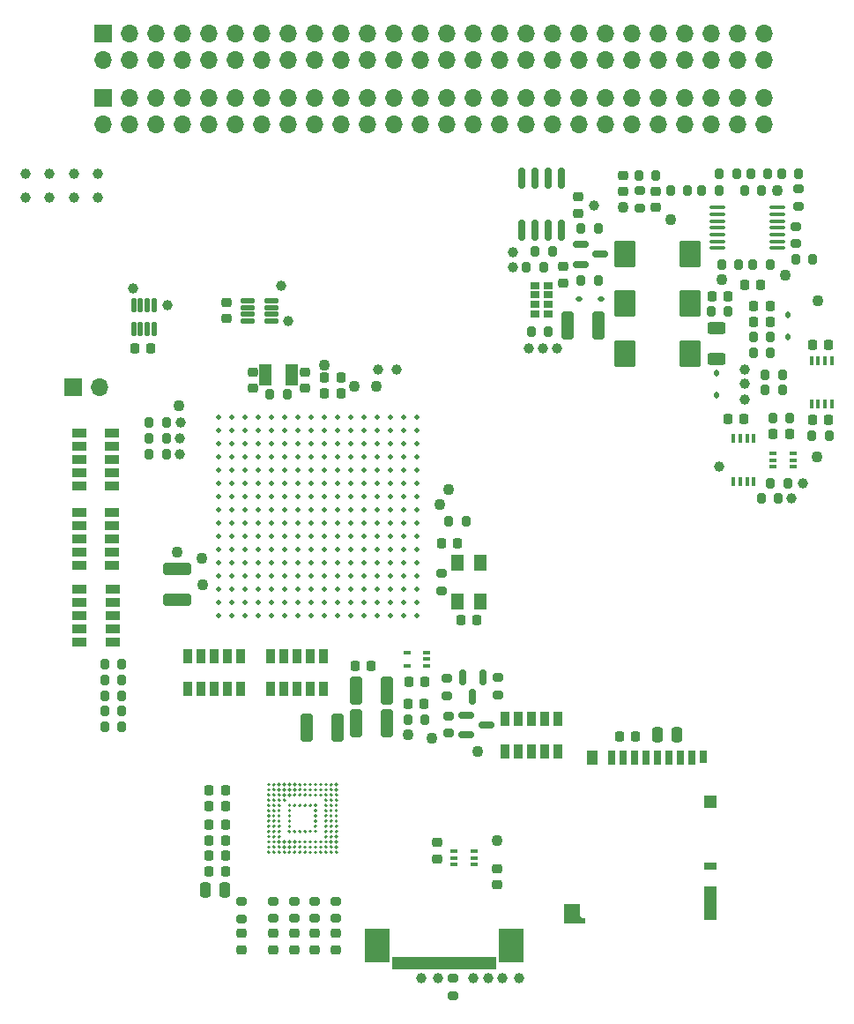
<source format=gts>
G04 #@! TF.GenerationSoftware,KiCad,Pcbnew,7.0.10*
G04 #@! TF.CreationDate,2024-03-15T14:45:30-06:00*
G04 #@! TF.ProjectId,oresat-c3,6f726573-6174-42d6-9333-2e6b69636164,rev?*
G04 #@! TF.SameCoordinates,Original*
G04 #@! TF.FileFunction,Soldermask,Top*
G04 #@! TF.FilePolarity,Negative*
%FSLAX46Y46*%
G04 Gerber Fmt 4.6, Leading zero omitted, Abs format (unit mm)*
G04 Created by KiCad (PCBNEW 7.0.10) date 2024-03-15 14:45:30*
%MOMM*%
%LPD*%
G01*
G04 APERTURE LIST*
G04 Aperture macros list*
%AMRoundRect*
0 Rectangle with rounded corners*
0 $1 Rounding radius*
0 $2 $3 $4 $5 $6 $7 $8 $9 X,Y pos of 4 corners*
0 Add a 4 corners polygon primitive as box body*
4,1,4,$2,$3,$4,$5,$6,$7,$8,$9,$2,$3,0*
0 Add four circle primitives for the rounded corners*
1,1,$1+$1,$2,$3*
1,1,$1+$1,$4,$5*
1,1,$1+$1,$6,$7*
1,1,$1+$1,$8,$9*
0 Add four rect primitives between the rounded corners*
20,1,$1+$1,$2,$3,$4,$5,0*
20,1,$1+$1,$4,$5,$6,$7,0*
20,1,$1+$1,$6,$7,$8,$9,0*
20,1,$1+$1,$8,$9,$2,$3,0*%
G04 Aperture macros list end*
%ADD10C,0.203500*%
%ADD11RoundRect,0.063500X0.355600X-0.635000X0.355600X0.635000X-0.355600X0.635000X-0.355600X-0.635000X0*%
%ADD12RoundRect,0.063500X-0.355600X0.635000X-0.355600X-0.635000X0.355600X-0.635000X0.355600X0.635000X0*%
%ADD13RoundRect,0.218750X0.256250X-0.218750X0.256250X0.218750X-0.256250X0.218750X-0.256250X-0.218750X0*%
%ADD14RoundRect,0.200000X0.275000X-0.200000X0.275000X0.200000X-0.275000X0.200000X-0.275000X-0.200000X0*%
%ADD15RoundRect,0.225000X0.225000X0.250000X-0.225000X0.250000X-0.225000X-0.250000X0.225000X-0.250000X0*%
%ADD16R,0.420000X0.900000*%
%ADD17R,1.700000X1.700000*%
%ADD18O,1.700000X1.700000*%
%ADD19RoundRect,0.250000X-0.325000X-1.100000X0.325000X-1.100000X0.325000X1.100000X-0.325000X1.100000X0*%
%ADD20RoundRect,0.200000X-0.200000X-0.275000X0.200000X-0.275000X0.200000X0.275000X-0.200000X0.275000X0*%
%ADD21C,1.000000*%
%ADD22RoundRect,0.200000X0.200000X0.275000X-0.200000X0.275000X-0.200000X-0.275000X0.200000X-0.275000X0*%
%ADD23RoundRect,0.250000X0.250000X0.475000X-0.250000X0.475000X-0.250000X-0.475000X0.250000X-0.475000X0*%
%ADD24RoundRect,0.125000X0.125000X-0.537500X0.125000X0.537500X-0.125000X0.537500X-0.125000X-0.537500X0*%
%ADD25RoundRect,0.200000X-0.275000X0.200000X-0.275000X-0.200000X0.275000X-0.200000X0.275000X0.200000X0*%
%ADD26RoundRect,0.225000X-0.225000X-0.250000X0.225000X-0.250000X0.225000X0.250000X-0.225000X0.250000X0*%
%ADD27RoundRect,0.150000X-0.150000X0.587500X-0.150000X-0.587500X0.150000X-0.587500X0.150000X0.587500X0*%
%ADD28RoundRect,0.063500X-0.400000X-0.250000X0.400000X-0.250000X0.400000X0.250000X-0.400000X0.250000X0*%
%ADD29C,1.100000*%
%ADD30RoundRect,0.063500X-0.635000X-0.355600X0.635000X-0.355600X0.635000X0.355600X-0.635000X0.355600X0*%
%ADD31RoundRect,0.063500X0.635000X0.355600X-0.635000X0.355600X-0.635000X-0.355600X0.635000X-0.355600X0*%
%ADD32RoundRect,0.225000X0.250000X-0.225000X0.250000X0.225000X-0.250000X0.225000X-0.250000X-0.225000X0*%
%ADD33RoundRect,0.112500X-0.112500X0.187500X-0.112500X-0.187500X0.112500X-0.187500X0.112500X0.187500X0*%
%ADD34RoundRect,0.250000X0.787500X1.025000X-0.787500X1.025000X-0.787500X-1.025000X0.787500X-1.025000X0*%
%ADD35RoundRect,0.112500X-0.187500X-0.112500X0.187500X-0.112500X0.187500X0.112500X-0.187500X0.112500X0*%
%ADD36RoundRect,0.100000X-0.637500X-0.100000X0.637500X-0.100000X0.637500X0.100000X-0.637500X0.100000X0*%
%ADD37RoundRect,0.218750X-0.256250X0.218750X-0.256250X-0.218750X0.256250X-0.218750X0.256250X0.218750X0*%
%ADD38RoundRect,0.218750X-0.218750X-0.256250X0.218750X-0.256250X0.218750X0.256250X-0.218750X0.256250X0*%
%ADD39RoundRect,0.063500X0.150000X-0.550000X0.150000X0.550000X-0.150000X0.550000X-0.150000X-0.550000X0*%
%ADD40RoundRect,0.063500X1.150000X1.550000X-1.150000X1.550000X-1.150000X-1.550000X1.150000X-1.550000X0*%
%ADD41RoundRect,0.125000X-0.537500X-0.125000X0.537500X-0.125000X0.537500X0.125000X-0.537500X0.125000X0*%
%ADD42RoundRect,0.250000X-1.100000X0.325000X-1.100000X-0.325000X1.100000X-0.325000X1.100000X0.325000X0*%
%ADD43R,1.250000X1.600000*%
%ADD44R,0.650000X0.400000*%
%ADD45RoundRect,0.150000X-0.587500X-0.150000X0.587500X-0.150000X0.587500X0.150000X-0.587500X0.150000X0*%
%ADD46R,0.700000X1.400000*%
%ADD47R,0.700000X1.200000*%
%ADD48R,0.500000X0.500000*%
%ADD49R,1.500000X1.900000*%
%ADD50RoundRect,0.063500X0.000000X-0.148492X0.148492X0.000000X0.000000X0.148492X-0.148492X0.000000X0*%
%ADD51R,1.000000X1.400000*%
%ADD52R,1.200000X1.200000*%
%ADD53R,1.200000X3.200000*%
%ADD54R,1.200000X0.800000*%
%ADD55RoundRect,0.225000X-0.250000X0.225000X-0.250000X-0.225000X0.250000X-0.225000X0.250000X0.225000X0*%
%ADD56RoundRect,0.250000X0.325000X1.100000X-0.325000X1.100000X-0.325000X-1.100000X0.325000X-1.100000X0*%
%ADD57RoundRect,0.150000X-0.150000X0.825000X-0.150000X-0.825000X0.150000X-0.825000X0.150000X0.825000X0*%
%ADD58RoundRect,0.250000X0.625000X-0.312500X0.625000X0.312500X-0.625000X0.312500X-0.625000X-0.312500X0*%
%ADD59RoundRect,0.250000X0.000000X0.000000X0.000000X0.000000X0.000000X0.000000X0.000000X0.000000X0*%
%ADD60RoundRect,0.063500X-0.550000X-0.950000X0.550000X-0.950000X0.550000X0.950000X-0.550000X0.950000X0*%
%ADD61RoundRect,0.250000X-0.250000X-0.475000X0.250000X-0.475000X0.250000X0.475000X-0.250000X0.475000X0*%
G04 APERTURE END LIST*
D10*
X94251750Y-120450000D02*
G75*
G03*
X94048250Y-120450000I-101750J0D01*
G01*
X94048250Y-120450000D02*
G75*
G03*
X94251750Y-120450000I101750J0D01*
G01*
X94251750Y-120950000D02*
G75*
G03*
X94048250Y-120950000I-101750J0D01*
G01*
X94048250Y-120950000D02*
G75*
G03*
X94251750Y-120950000I101750J0D01*
G01*
X94251750Y-121450000D02*
G75*
G03*
X94048250Y-121450000I-101750J0D01*
G01*
X94048250Y-121450000D02*
G75*
G03*
X94251750Y-121450000I101750J0D01*
G01*
X94251750Y-121950000D02*
G75*
G03*
X94048250Y-121950000I-101750J0D01*
G01*
X94048250Y-121950000D02*
G75*
G03*
X94251750Y-121950000I101750J0D01*
G01*
X94251750Y-122450000D02*
G75*
G03*
X94048250Y-122450000I-101750J0D01*
G01*
X94048250Y-122450000D02*
G75*
G03*
X94251750Y-122450000I101750J0D01*
G01*
X94251750Y-122950000D02*
G75*
G03*
X94048250Y-122950000I-101750J0D01*
G01*
X94048250Y-122950000D02*
G75*
G03*
X94251750Y-122950000I101750J0D01*
G01*
X94251750Y-123450000D02*
G75*
G03*
X94048250Y-123450000I-101750J0D01*
G01*
X94048250Y-123450000D02*
G75*
G03*
X94251750Y-123450000I101750J0D01*
G01*
X94251750Y-123950000D02*
G75*
G03*
X94048250Y-123950000I-101750J0D01*
G01*
X94048250Y-123950000D02*
G75*
G03*
X94251750Y-123950000I101750J0D01*
G01*
X94251750Y-124450000D02*
G75*
G03*
X94048250Y-124450000I-101750J0D01*
G01*
X94048250Y-124450000D02*
G75*
G03*
X94251750Y-124450000I101750J0D01*
G01*
X94251750Y-124950000D02*
G75*
G03*
X94048250Y-124950000I-101750J0D01*
G01*
X94048250Y-124950000D02*
G75*
G03*
X94251750Y-124950000I101750J0D01*
G01*
X94251750Y-125450000D02*
G75*
G03*
X94048250Y-125450000I-101750J0D01*
G01*
X94048250Y-125450000D02*
G75*
G03*
X94251750Y-125450000I101750J0D01*
G01*
X94251750Y-125950000D02*
G75*
G03*
X94048250Y-125950000I-101750J0D01*
G01*
X94048250Y-125950000D02*
G75*
G03*
X94251750Y-125950000I101750J0D01*
G01*
X94251750Y-126450000D02*
G75*
G03*
X94048250Y-126450000I-101750J0D01*
G01*
X94048250Y-126450000D02*
G75*
G03*
X94251750Y-126450000I101750J0D01*
G01*
X94251750Y-126950000D02*
G75*
G03*
X94048250Y-126950000I-101750J0D01*
G01*
X94048250Y-126950000D02*
G75*
G03*
X94251750Y-126950000I101750J0D01*
G01*
X94751750Y-120450000D02*
G75*
G03*
X94548250Y-120450000I-101750J0D01*
G01*
X94548250Y-120450000D02*
G75*
G03*
X94751750Y-120450000I101750J0D01*
G01*
X94751750Y-120950000D02*
G75*
G03*
X94548250Y-120950000I-101750J0D01*
G01*
X94548250Y-120950000D02*
G75*
G03*
X94751750Y-120950000I101750J0D01*
G01*
X94751750Y-121450000D02*
G75*
G03*
X94548250Y-121450000I-101750J0D01*
G01*
X94548250Y-121450000D02*
G75*
G03*
X94751750Y-121450000I101750J0D01*
G01*
X94751750Y-121950000D02*
G75*
G03*
X94548250Y-121950000I-101750J0D01*
G01*
X94548250Y-121950000D02*
G75*
G03*
X94751750Y-121950000I101750J0D01*
G01*
X94751750Y-122450000D02*
G75*
G03*
X94548250Y-122450000I-101750J0D01*
G01*
X94548250Y-122450000D02*
G75*
G03*
X94751750Y-122450000I101750J0D01*
G01*
X94751750Y-122950000D02*
G75*
G03*
X94548250Y-122950000I-101750J0D01*
G01*
X94548250Y-122950000D02*
G75*
G03*
X94751750Y-122950000I101750J0D01*
G01*
X94751750Y-123450000D02*
G75*
G03*
X94548250Y-123450000I-101750J0D01*
G01*
X94548250Y-123450000D02*
G75*
G03*
X94751750Y-123450000I101750J0D01*
G01*
X94751750Y-123950000D02*
G75*
G03*
X94548250Y-123950000I-101750J0D01*
G01*
X94548250Y-123950000D02*
G75*
G03*
X94751750Y-123950000I101750J0D01*
G01*
X94751750Y-124450000D02*
G75*
G03*
X94548250Y-124450000I-101750J0D01*
G01*
X94548250Y-124450000D02*
G75*
G03*
X94751750Y-124450000I101750J0D01*
G01*
X94751750Y-124950000D02*
G75*
G03*
X94548250Y-124950000I-101750J0D01*
G01*
X94548250Y-124950000D02*
G75*
G03*
X94751750Y-124950000I101750J0D01*
G01*
X94751750Y-125450000D02*
G75*
G03*
X94548250Y-125450000I-101750J0D01*
G01*
X94548250Y-125450000D02*
G75*
G03*
X94751750Y-125450000I101750J0D01*
G01*
X94751750Y-125950000D02*
G75*
G03*
X94548250Y-125950000I-101750J0D01*
G01*
X94548250Y-125950000D02*
G75*
G03*
X94751750Y-125950000I101750J0D01*
G01*
X94751750Y-126450000D02*
G75*
G03*
X94548250Y-126450000I-101750J0D01*
G01*
X94548250Y-126450000D02*
G75*
G03*
X94751750Y-126450000I101750J0D01*
G01*
X94751750Y-126950000D02*
G75*
G03*
X94548250Y-126950000I-101750J0D01*
G01*
X94548250Y-126950000D02*
G75*
G03*
X94751750Y-126950000I101750J0D01*
G01*
X95251750Y-120450000D02*
G75*
G03*
X95048250Y-120450000I-101750J0D01*
G01*
X95048250Y-120450000D02*
G75*
G03*
X95251750Y-120450000I101750J0D01*
G01*
X95251750Y-120950000D02*
G75*
G03*
X95048250Y-120950000I-101750J0D01*
G01*
X95048250Y-120950000D02*
G75*
G03*
X95251750Y-120950000I101750J0D01*
G01*
X95251750Y-121450000D02*
G75*
G03*
X95048250Y-121450000I-101750J0D01*
G01*
X95048250Y-121450000D02*
G75*
G03*
X95251750Y-121450000I101750J0D01*
G01*
X95251750Y-121950000D02*
G75*
G03*
X95048250Y-121950000I-101750J0D01*
G01*
X95048250Y-121950000D02*
G75*
G03*
X95251750Y-121950000I101750J0D01*
G01*
X95251750Y-122450000D02*
G75*
G03*
X95048250Y-122450000I-101750J0D01*
G01*
X95048250Y-122450000D02*
G75*
G03*
X95251750Y-122450000I101750J0D01*
G01*
X95251750Y-122950000D02*
G75*
G03*
X95048250Y-122950000I-101750J0D01*
G01*
X95048250Y-122950000D02*
G75*
G03*
X95251750Y-122950000I101750J0D01*
G01*
X95251750Y-123450000D02*
G75*
G03*
X95048250Y-123450000I-101750J0D01*
G01*
X95048250Y-123450000D02*
G75*
G03*
X95251750Y-123450000I101750J0D01*
G01*
X95251750Y-123950000D02*
G75*
G03*
X95048250Y-123950000I-101750J0D01*
G01*
X95048250Y-123950000D02*
G75*
G03*
X95251750Y-123950000I101750J0D01*
G01*
X95251750Y-124450000D02*
G75*
G03*
X95048250Y-124450000I-101750J0D01*
G01*
X95048250Y-124450000D02*
G75*
G03*
X95251750Y-124450000I101750J0D01*
G01*
X95251750Y-124950000D02*
G75*
G03*
X95048250Y-124950000I-101750J0D01*
G01*
X95048250Y-124950000D02*
G75*
G03*
X95251750Y-124950000I101750J0D01*
G01*
X95251750Y-125450000D02*
G75*
G03*
X95048250Y-125450000I-101750J0D01*
G01*
X95048250Y-125450000D02*
G75*
G03*
X95251750Y-125450000I101750J0D01*
G01*
X95251750Y-125950000D02*
G75*
G03*
X95048250Y-125950000I-101750J0D01*
G01*
X95048250Y-125950000D02*
G75*
G03*
X95251750Y-125950000I101750J0D01*
G01*
X95251750Y-126450000D02*
G75*
G03*
X95048250Y-126450000I-101750J0D01*
G01*
X95048250Y-126450000D02*
G75*
G03*
X95251750Y-126450000I101750J0D01*
G01*
X95251750Y-126950000D02*
G75*
G03*
X95048250Y-126950000I-101750J0D01*
G01*
X95048250Y-126950000D02*
G75*
G03*
X95251750Y-126950000I101750J0D01*
G01*
X95751750Y-120450000D02*
G75*
G03*
X95548250Y-120450000I-101750J0D01*
G01*
X95548250Y-120450000D02*
G75*
G03*
X95751750Y-120450000I101750J0D01*
G01*
X95751750Y-120950000D02*
G75*
G03*
X95548250Y-120950000I-101750J0D01*
G01*
X95548250Y-120950000D02*
G75*
G03*
X95751750Y-120950000I101750J0D01*
G01*
X95751750Y-121450000D02*
G75*
G03*
X95548250Y-121450000I-101750J0D01*
G01*
X95548250Y-121450000D02*
G75*
G03*
X95751750Y-121450000I101750J0D01*
G01*
X95751750Y-121950000D02*
G75*
G03*
X95548250Y-121950000I-101750J0D01*
G01*
X95548250Y-121950000D02*
G75*
G03*
X95751750Y-121950000I101750J0D01*
G01*
X95751750Y-125950000D02*
G75*
G03*
X95548250Y-125950000I-101750J0D01*
G01*
X95548250Y-125950000D02*
G75*
G03*
X95751750Y-125950000I101750J0D01*
G01*
X95751750Y-126450000D02*
G75*
G03*
X95548250Y-126450000I-101750J0D01*
G01*
X95548250Y-126450000D02*
G75*
G03*
X95751750Y-126450000I101750J0D01*
G01*
X95751750Y-126950000D02*
G75*
G03*
X95548250Y-126950000I-101750J0D01*
G01*
X95548250Y-126950000D02*
G75*
G03*
X95751750Y-126950000I101750J0D01*
G01*
X96251750Y-120450000D02*
G75*
G03*
X96048250Y-120450000I-101750J0D01*
G01*
X96048250Y-120450000D02*
G75*
G03*
X96251750Y-120450000I101750J0D01*
G01*
X96251750Y-120950000D02*
G75*
G03*
X96048250Y-120950000I-101750J0D01*
G01*
X96048250Y-120950000D02*
G75*
G03*
X96251750Y-120950000I101750J0D01*
G01*
X96251750Y-121450000D02*
G75*
G03*
X96048250Y-121450000I-101750J0D01*
G01*
X96048250Y-121450000D02*
G75*
G03*
X96251750Y-121450000I101750J0D01*
G01*
X96251750Y-122450000D02*
G75*
G03*
X96048250Y-122450000I-101750J0D01*
G01*
X96048250Y-122450000D02*
G75*
G03*
X96251750Y-122450000I101750J0D01*
G01*
X96251750Y-122950000D02*
G75*
G03*
X96048250Y-122950000I-101750J0D01*
G01*
X96048250Y-122950000D02*
G75*
G03*
X96251750Y-122950000I101750J0D01*
G01*
X96251750Y-123450000D02*
G75*
G03*
X96048250Y-123450000I-101750J0D01*
G01*
X96048250Y-123450000D02*
G75*
G03*
X96251750Y-123450000I101750J0D01*
G01*
X96251750Y-123950000D02*
G75*
G03*
X96048250Y-123950000I-101750J0D01*
G01*
X96048250Y-123950000D02*
G75*
G03*
X96251750Y-123950000I101750J0D01*
G01*
X96251750Y-124450000D02*
G75*
G03*
X96048250Y-124450000I-101750J0D01*
G01*
X96048250Y-124450000D02*
G75*
G03*
X96251750Y-124450000I101750J0D01*
G01*
X96251750Y-124950000D02*
G75*
G03*
X96048250Y-124950000I-101750J0D01*
G01*
X96048250Y-124950000D02*
G75*
G03*
X96251750Y-124950000I101750J0D01*
G01*
X96251750Y-125950000D02*
G75*
G03*
X96048250Y-125950000I-101750J0D01*
G01*
X96048250Y-125950000D02*
G75*
G03*
X96251750Y-125950000I101750J0D01*
G01*
X96251750Y-126450000D02*
G75*
G03*
X96048250Y-126450000I-101750J0D01*
G01*
X96048250Y-126450000D02*
G75*
G03*
X96251750Y-126450000I101750J0D01*
G01*
X96251750Y-126950000D02*
G75*
G03*
X96048250Y-126950000I-101750J0D01*
G01*
X96048250Y-126950000D02*
G75*
G03*
X96251750Y-126950000I101750J0D01*
G01*
X96751750Y-120450000D02*
G75*
G03*
X96548250Y-120450000I-101750J0D01*
G01*
X96548250Y-120450000D02*
G75*
G03*
X96751750Y-120450000I101750J0D01*
G01*
X96751750Y-120950000D02*
G75*
G03*
X96548250Y-120950000I-101750J0D01*
G01*
X96548250Y-120950000D02*
G75*
G03*
X96751750Y-120950000I101750J0D01*
G01*
X96751750Y-121450000D02*
G75*
G03*
X96548250Y-121450000I-101750J0D01*
G01*
X96548250Y-121450000D02*
G75*
G03*
X96751750Y-121450000I101750J0D01*
G01*
X96751750Y-122450000D02*
G75*
G03*
X96548250Y-122450000I-101750J0D01*
G01*
X96548250Y-122450000D02*
G75*
G03*
X96751750Y-122450000I101750J0D01*
G01*
X96751750Y-124950000D02*
G75*
G03*
X96548250Y-124950000I-101750J0D01*
G01*
X96548250Y-124950000D02*
G75*
G03*
X96751750Y-124950000I101750J0D01*
G01*
X96751750Y-125950000D02*
G75*
G03*
X96548250Y-125950000I-101750J0D01*
G01*
X96548250Y-125950000D02*
G75*
G03*
X96751750Y-125950000I101750J0D01*
G01*
X96751750Y-126450000D02*
G75*
G03*
X96548250Y-126450000I-101750J0D01*
G01*
X96548250Y-126450000D02*
G75*
G03*
X96751750Y-126450000I101750J0D01*
G01*
X96751750Y-126950000D02*
G75*
G03*
X96548250Y-126950000I-101750J0D01*
G01*
X96548250Y-126950000D02*
G75*
G03*
X96751750Y-126950000I101750J0D01*
G01*
X97251750Y-120450000D02*
G75*
G03*
X97048250Y-120450000I-101750J0D01*
G01*
X97048250Y-120450000D02*
G75*
G03*
X97251750Y-120450000I101750J0D01*
G01*
X97251750Y-120950000D02*
G75*
G03*
X97048250Y-120950000I-101750J0D01*
G01*
X97048250Y-120950000D02*
G75*
G03*
X97251750Y-120950000I101750J0D01*
G01*
X97251750Y-121450000D02*
G75*
G03*
X97048250Y-121450000I-101750J0D01*
G01*
X97048250Y-121450000D02*
G75*
G03*
X97251750Y-121450000I101750J0D01*
G01*
X97251750Y-122450000D02*
G75*
G03*
X97048250Y-122450000I-101750J0D01*
G01*
X97048250Y-122450000D02*
G75*
G03*
X97251750Y-122450000I101750J0D01*
G01*
X97251750Y-124950000D02*
G75*
G03*
X97048250Y-124950000I-101750J0D01*
G01*
X97048250Y-124950000D02*
G75*
G03*
X97251750Y-124950000I101750J0D01*
G01*
X97251750Y-125950000D02*
G75*
G03*
X97048250Y-125950000I-101750J0D01*
G01*
X97048250Y-125950000D02*
G75*
G03*
X97251750Y-125950000I101750J0D01*
G01*
X97251750Y-126450000D02*
G75*
G03*
X97048250Y-126450000I-101750J0D01*
G01*
X97048250Y-126450000D02*
G75*
G03*
X97251750Y-126450000I101750J0D01*
G01*
X97251750Y-126950000D02*
G75*
G03*
X97048250Y-126950000I-101750J0D01*
G01*
X97048250Y-126950000D02*
G75*
G03*
X97251750Y-126950000I101750J0D01*
G01*
X97751750Y-120450000D02*
G75*
G03*
X97548250Y-120450000I-101750J0D01*
G01*
X97548250Y-120450000D02*
G75*
G03*
X97751750Y-120450000I101750J0D01*
G01*
X97751750Y-120950000D02*
G75*
G03*
X97548250Y-120950000I-101750J0D01*
G01*
X97548250Y-120950000D02*
G75*
G03*
X97751750Y-120950000I101750J0D01*
G01*
X97751750Y-121450000D02*
G75*
G03*
X97548250Y-121450000I-101750J0D01*
G01*
X97548250Y-121450000D02*
G75*
G03*
X97751750Y-121450000I101750J0D01*
G01*
X97751750Y-122450000D02*
G75*
G03*
X97548250Y-122450000I-101750J0D01*
G01*
X97548250Y-122450000D02*
G75*
G03*
X97751750Y-122450000I101750J0D01*
G01*
X97751750Y-124950000D02*
G75*
G03*
X97548250Y-124950000I-101750J0D01*
G01*
X97548250Y-124950000D02*
G75*
G03*
X97751750Y-124950000I101750J0D01*
G01*
X97751750Y-125950000D02*
G75*
G03*
X97548250Y-125950000I-101750J0D01*
G01*
X97548250Y-125950000D02*
G75*
G03*
X97751750Y-125950000I101750J0D01*
G01*
X97751750Y-126450000D02*
G75*
G03*
X97548250Y-126450000I-101750J0D01*
G01*
X97548250Y-126450000D02*
G75*
G03*
X97751750Y-126450000I101750J0D01*
G01*
X97751750Y-126950000D02*
G75*
G03*
X97548250Y-126950000I-101750J0D01*
G01*
X97548250Y-126950000D02*
G75*
G03*
X97751750Y-126950000I101750J0D01*
G01*
X98251750Y-120450000D02*
G75*
G03*
X98048250Y-120450000I-101750J0D01*
G01*
X98048250Y-120450000D02*
G75*
G03*
X98251750Y-120450000I101750J0D01*
G01*
X98251750Y-120950000D02*
G75*
G03*
X98048250Y-120950000I-101750J0D01*
G01*
X98048250Y-120950000D02*
G75*
G03*
X98251750Y-120950000I101750J0D01*
G01*
X98251750Y-121450000D02*
G75*
G03*
X98048250Y-121450000I-101750J0D01*
G01*
X98048250Y-121450000D02*
G75*
G03*
X98251750Y-121450000I101750J0D01*
G01*
X98251750Y-122450000D02*
G75*
G03*
X98048250Y-122450000I-101750J0D01*
G01*
X98048250Y-122450000D02*
G75*
G03*
X98251750Y-122450000I101750J0D01*
G01*
X98251750Y-124950000D02*
G75*
G03*
X98048250Y-124950000I-101750J0D01*
G01*
X98048250Y-124950000D02*
G75*
G03*
X98251750Y-124950000I101750J0D01*
G01*
X98251750Y-125950000D02*
G75*
G03*
X98048250Y-125950000I-101750J0D01*
G01*
X98048250Y-125950000D02*
G75*
G03*
X98251750Y-125950000I101750J0D01*
G01*
X98251750Y-126450000D02*
G75*
G03*
X98048250Y-126450000I-101750J0D01*
G01*
X98048250Y-126450000D02*
G75*
G03*
X98251750Y-126450000I101750J0D01*
G01*
X98251750Y-126950000D02*
G75*
G03*
X98048250Y-126950000I-101750J0D01*
G01*
X98048250Y-126950000D02*
G75*
G03*
X98251750Y-126950000I101750J0D01*
G01*
X98751750Y-120450000D02*
G75*
G03*
X98548250Y-120450000I-101750J0D01*
G01*
X98548250Y-120450000D02*
G75*
G03*
X98751750Y-120450000I101750J0D01*
G01*
X98751750Y-120950000D02*
G75*
G03*
X98548250Y-120950000I-101750J0D01*
G01*
X98548250Y-120950000D02*
G75*
G03*
X98751750Y-120950000I101750J0D01*
G01*
X98751750Y-121450000D02*
G75*
G03*
X98548250Y-121450000I-101750J0D01*
G01*
X98548250Y-121450000D02*
G75*
G03*
X98751750Y-121450000I101750J0D01*
G01*
X98751750Y-122450000D02*
G75*
G03*
X98548250Y-122450000I-101750J0D01*
G01*
X98548250Y-122450000D02*
G75*
G03*
X98751750Y-122450000I101750J0D01*
G01*
X98751750Y-122950000D02*
G75*
G03*
X98548250Y-122950000I-101750J0D01*
G01*
X98548250Y-122950000D02*
G75*
G03*
X98751750Y-122950000I101750J0D01*
G01*
X98751750Y-123450000D02*
G75*
G03*
X98548250Y-123450000I-101750J0D01*
G01*
X98548250Y-123450000D02*
G75*
G03*
X98751750Y-123450000I101750J0D01*
G01*
X98751750Y-123950000D02*
G75*
G03*
X98548250Y-123950000I-101750J0D01*
G01*
X98548250Y-123950000D02*
G75*
G03*
X98751750Y-123950000I101750J0D01*
G01*
X98751750Y-124450000D02*
G75*
G03*
X98548250Y-124450000I-101750J0D01*
G01*
X98548250Y-124450000D02*
G75*
G03*
X98751750Y-124450000I101750J0D01*
G01*
X98751750Y-124950000D02*
G75*
G03*
X98548250Y-124950000I-101750J0D01*
G01*
X98548250Y-124950000D02*
G75*
G03*
X98751750Y-124950000I101750J0D01*
G01*
X98751750Y-125950000D02*
G75*
G03*
X98548250Y-125950000I-101750J0D01*
G01*
X98548250Y-125950000D02*
G75*
G03*
X98751750Y-125950000I101750J0D01*
G01*
X98751750Y-126450000D02*
G75*
G03*
X98548250Y-126450000I-101750J0D01*
G01*
X98548250Y-126450000D02*
G75*
G03*
X98751750Y-126450000I101750J0D01*
G01*
X98751750Y-126950000D02*
G75*
G03*
X98548250Y-126950000I-101750J0D01*
G01*
X98548250Y-126950000D02*
G75*
G03*
X98751750Y-126950000I101750J0D01*
G01*
X99251750Y-120450000D02*
G75*
G03*
X99048250Y-120450000I-101750J0D01*
G01*
X99048250Y-120450000D02*
G75*
G03*
X99251750Y-120450000I101750J0D01*
G01*
X99251750Y-120950000D02*
G75*
G03*
X99048250Y-120950000I-101750J0D01*
G01*
X99048250Y-120950000D02*
G75*
G03*
X99251750Y-120950000I101750J0D01*
G01*
X99251750Y-121450000D02*
G75*
G03*
X99048250Y-121450000I-101750J0D01*
G01*
X99048250Y-121450000D02*
G75*
G03*
X99251750Y-121450000I101750J0D01*
G01*
X99251750Y-125950000D02*
G75*
G03*
X99048250Y-125950000I-101750J0D01*
G01*
X99048250Y-125950000D02*
G75*
G03*
X99251750Y-125950000I101750J0D01*
G01*
X99251750Y-126450000D02*
G75*
G03*
X99048250Y-126450000I-101750J0D01*
G01*
X99048250Y-126450000D02*
G75*
G03*
X99251750Y-126450000I101750J0D01*
G01*
X99251750Y-126950000D02*
G75*
G03*
X99048250Y-126950000I-101750J0D01*
G01*
X99048250Y-126950000D02*
G75*
G03*
X99251750Y-126950000I101750J0D01*
G01*
X99751750Y-120450000D02*
G75*
G03*
X99548250Y-120450000I-101750J0D01*
G01*
X99548250Y-120450000D02*
G75*
G03*
X99751750Y-120450000I101750J0D01*
G01*
X99751750Y-120950000D02*
G75*
G03*
X99548250Y-120950000I-101750J0D01*
G01*
X99548250Y-120950000D02*
G75*
G03*
X99751750Y-120950000I101750J0D01*
G01*
X99751750Y-121450000D02*
G75*
G03*
X99548250Y-121450000I-101750J0D01*
G01*
X99548250Y-121450000D02*
G75*
G03*
X99751750Y-121450000I101750J0D01*
G01*
X99751750Y-121950000D02*
G75*
G03*
X99548250Y-121950000I-101750J0D01*
G01*
X99548250Y-121950000D02*
G75*
G03*
X99751750Y-121950000I101750J0D01*
G01*
X99751750Y-122450000D02*
G75*
G03*
X99548250Y-122450000I-101750J0D01*
G01*
X99548250Y-122450000D02*
G75*
G03*
X99751750Y-122450000I101750J0D01*
G01*
X99751750Y-122950000D02*
G75*
G03*
X99548250Y-122950000I-101750J0D01*
G01*
X99548250Y-122950000D02*
G75*
G03*
X99751750Y-122950000I101750J0D01*
G01*
X99751750Y-123450000D02*
G75*
G03*
X99548250Y-123450000I-101750J0D01*
G01*
X99548250Y-123450000D02*
G75*
G03*
X99751750Y-123450000I101750J0D01*
G01*
X99751750Y-123950000D02*
G75*
G03*
X99548250Y-123950000I-101750J0D01*
G01*
X99548250Y-123950000D02*
G75*
G03*
X99751750Y-123950000I101750J0D01*
G01*
X99751750Y-124450000D02*
G75*
G03*
X99548250Y-124450000I-101750J0D01*
G01*
X99548250Y-124450000D02*
G75*
G03*
X99751750Y-124450000I101750J0D01*
G01*
X99751750Y-124950000D02*
G75*
G03*
X99548250Y-124950000I-101750J0D01*
G01*
X99548250Y-124950000D02*
G75*
G03*
X99751750Y-124950000I101750J0D01*
G01*
X99751750Y-125450000D02*
G75*
G03*
X99548250Y-125450000I-101750J0D01*
G01*
X99548250Y-125450000D02*
G75*
G03*
X99751750Y-125450000I101750J0D01*
G01*
X99751750Y-125950000D02*
G75*
G03*
X99548250Y-125950000I-101750J0D01*
G01*
X99548250Y-125950000D02*
G75*
G03*
X99751750Y-125950000I101750J0D01*
G01*
X99751750Y-126450000D02*
G75*
G03*
X99548250Y-126450000I-101750J0D01*
G01*
X99548250Y-126450000D02*
G75*
G03*
X99751750Y-126450000I101750J0D01*
G01*
X99751750Y-126950000D02*
G75*
G03*
X99548250Y-126950000I-101750J0D01*
G01*
X99548250Y-126950000D02*
G75*
G03*
X99751750Y-126950000I101750J0D01*
G01*
X100251750Y-120450000D02*
G75*
G03*
X100048250Y-120450000I-101750J0D01*
G01*
X100048250Y-120450000D02*
G75*
G03*
X100251750Y-120450000I101750J0D01*
G01*
X100251750Y-120950000D02*
G75*
G03*
X100048250Y-120950000I-101750J0D01*
G01*
X100048250Y-120950000D02*
G75*
G03*
X100251750Y-120950000I101750J0D01*
G01*
X100251750Y-121450000D02*
G75*
G03*
X100048250Y-121450000I-101750J0D01*
G01*
X100048250Y-121450000D02*
G75*
G03*
X100251750Y-121450000I101750J0D01*
G01*
X100251750Y-121950000D02*
G75*
G03*
X100048250Y-121950000I-101750J0D01*
G01*
X100048250Y-121950000D02*
G75*
G03*
X100251750Y-121950000I101750J0D01*
G01*
X100251750Y-122450000D02*
G75*
G03*
X100048250Y-122450000I-101750J0D01*
G01*
X100048250Y-122450000D02*
G75*
G03*
X100251750Y-122450000I101750J0D01*
G01*
X100251750Y-122950000D02*
G75*
G03*
X100048250Y-122950000I-101750J0D01*
G01*
X100048250Y-122950000D02*
G75*
G03*
X100251750Y-122950000I101750J0D01*
G01*
X100251750Y-123450000D02*
G75*
G03*
X100048250Y-123450000I-101750J0D01*
G01*
X100048250Y-123450000D02*
G75*
G03*
X100251750Y-123450000I101750J0D01*
G01*
X100251750Y-123950000D02*
G75*
G03*
X100048250Y-123950000I-101750J0D01*
G01*
X100048250Y-123950000D02*
G75*
G03*
X100251750Y-123950000I101750J0D01*
G01*
X100251750Y-124450000D02*
G75*
G03*
X100048250Y-124450000I-101750J0D01*
G01*
X100048250Y-124450000D02*
G75*
G03*
X100251750Y-124450000I101750J0D01*
G01*
X100251750Y-124950000D02*
G75*
G03*
X100048250Y-124950000I-101750J0D01*
G01*
X100048250Y-124950000D02*
G75*
G03*
X100251750Y-124950000I101750J0D01*
G01*
X100251750Y-125450000D02*
G75*
G03*
X100048250Y-125450000I-101750J0D01*
G01*
X100048250Y-125450000D02*
G75*
G03*
X100251750Y-125450000I101750J0D01*
G01*
X100251750Y-125950000D02*
G75*
G03*
X100048250Y-125950000I-101750J0D01*
G01*
X100048250Y-125950000D02*
G75*
G03*
X100251750Y-125950000I101750J0D01*
G01*
X100251750Y-126450000D02*
G75*
G03*
X100048250Y-126450000I-101750J0D01*
G01*
X100048250Y-126450000D02*
G75*
G03*
X100251750Y-126450000I101750J0D01*
G01*
X100251750Y-126950000D02*
G75*
G03*
X100048250Y-126950000I-101750J0D01*
G01*
X100048250Y-126950000D02*
G75*
G03*
X100251750Y-126950000I101750J0D01*
G01*
X100751750Y-120450000D02*
G75*
G03*
X100548250Y-120450000I-101750J0D01*
G01*
X100548250Y-120450000D02*
G75*
G03*
X100751750Y-120450000I101750J0D01*
G01*
X100751750Y-120950000D02*
G75*
G03*
X100548250Y-120950000I-101750J0D01*
G01*
X100548250Y-120950000D02*
G75*
G03*
X100751750Y-120950000I101750J0D01*
G01*
X100751750Y-121450000D02*
G75*
G03*
X100548250Y-121450000I-101750J0D01*
G01*
X100548250Y-121450000D02*
G75*
G03*
X100751750Y-121450000I101750J0D01*
G01*
X100751750Y-121950000D02*
G75*
G03*
X100548250Y-121950000I-101750J0D01*
G01*
X100548250Y-121950000D02*
G75*
G03*
X100751750Y-121950000I101750J0D01*
G01*
X100751750Y-122450000D02*
G75*
G03*
X100548250Y-122450000I-101750J0D01*
G01*
X100548250Y-122450000D02*
G75*
G03*
X100751750Y-122450000I101750J0D01*
G01*
X100751750Y-122950000D02*
G75*
G03*
X100548250Y-122950000I-101750J0D01*
G01*
X100548250Y-122950000D02*
G75*
G03*
X100751750Y-122950000I101750J0D01*
G01*
X100751750Y-123450000D02*
G75*
G03*
X100548250Y-123450000I-101750J0D01*
G01*
X100548250Y-123450000D02*
G75*
G03*
X100751750Y-123450000I101750J0D01*
G01*
X100751750Y-123950000D02*
G75*
G03*
X100548250Y-123950000I-101750J0D01*
G01*
X100548250Y-123950000D02*
G75*
G03*
X100751750Y-123950000I101750J0D01*
G01*
X100751750Y-124450000D02*
G75*
G03*
X100548250Y-124450000I-101750J0D01*
G01*
X100548250Y-124450000D02*
G75*
G03*
X100751750Y-124450000I101750J0D01*
G01*
X100751750Y-124950000D02*
G75*
G03*
X100548250Y-124950000I-101750J0D01*
G01*
X100548250Y-124950000D02*
G75*
G03*
X100751750Y-124950000I101750J0D01*
G01*
X100751750Y-125450000D02*
G75*
G03*
X100548250Y-125450000I-101750J0D01*
G01*
X100548250Y-125450000D02*
G75*
G03*
X100751750Y-125450000I101750J0D01*
G01*
X100751750Y-125950000D02*
G75*
G03*
X100548250Y-125950000I-101750J0D01*
G01*
X100548250Y-125950000D02*
G75*
G03*
X100751750Y-125950000I101750J0D01*
G01*
X100751750Y-126450000D02*
G75*
G03*
X100548250Y-126450000I-101750J0D01*
G01*
X100548250Y-126450000D02*
G75*
G03*
X100751750Y-126450000I101750J0D01*
G01*
X100751750Y-126950000D02*
G75*
G03*
X100548250Y-126950000I-101750J0D01*
G01*
X100548250Y-126950000D02*
G75*
G03*
X100751750Y-126950000I101750J0D01*
G01*
D11*
X94360000Y-111274800D03*
X95630000Y-111274800D03*
X96900000Y-111274800D03*
X98170000Y-111274800D03*
X99440000Y-111274800D03*
D12*
X99440000Y-108125200D03*
X98170000Y-108125200D03*
X96900000Y-108125200D03*
X95630000Y-108125200D03*
X94360000Y-108125200D03*
D13*
X100600000Y-136300000D03*
X100600000Y-134725000D03*
D14*
X110750000Y-101825000D03*
X110750000Y-100175000D03*
D15*
X89975000Y-128800000D03*
X88425000Y-128800000D03*
D16*
X148245000Y-79790200D03*
X147595000Y-79790200D03*
X146945000Y-79790200D03*
X146295000Y-79790200D03*
X146295000Y-83890200D03*
X146945000Y-83890200D03*
X147595000Y-83890200D03*
X148245000Y-83890200D03*
D17*
X75330000Y-82280000D03*
D18*
X77870000Y-82280000D03*
D19*
X122862500Y-76350000D03*
X125812500Y-76350000D03*
D20*
X119362500Y-76950000D03*
X121012500Y-76950000D03*
D21*
X77777000Y-64100000D03*
D17*
X78250000Y-48350000D03*
D18*
X78250000Y-50890000D03*
X80790000Y-48350000D03*
X80790000Y-50890000D03*
X83330000Y-48350000D03*
X83330000Y-50890000D03*
X85870000Y-48350000D03*
X85870000Y-50890000D03*
X88410000Y-48350000D03*
X88410000Y-50890000D03*
X90950000Y-48350000D03*
X90950000Y-50890000D03*
X93490000Y-48350000D03*
X93490000Y-50890000D03*
X96030000Y-48350000D03*
X96030000Y-50890000D03*
X98570000Y-48350000D03*
X98570000Y-50890000D03*
X101110000Y-48350000D03*
X101110000Y-50890000D03*
X103650000Y-48350000D03*
X103650000Y-50890000D03*
X106190000Y-48350000D03*
X106190000Y-50890000D03*
X108730000Y-48350000D03*
X108730000Y-50890000D03*
X111270000Y-48350000D03*
X111270000Y-50890000D03*
X113810000Y-48350000D03*
X113810000Y-50890000D03*
X116350000Y-48350000D03*
X116350000Y-50890000D03*
X118890000Y-48350000D03*
X118890000Y-50890000D03*
X121430000Y-48350000D03*
X121430000Y-50890000D03*
X123970000Y-48350000D03*
X123970000Y-50890000D03*
X126510000Y-48350000D03*
X126510000Y-50890000D03*
X129050000Y-48350000D03*
X129050000Y-50890000D03*
X131590000Y-48350000D03*
X131590000Y-50890000D03*
X134130000Y-48350000D03*
X134130000Y-50890000D03*
X136670000Y-48350000D03*
X136670000Y-50890000D03*
X139210000Y-48350000D03*
X139210000Y-50890000D03*
X141750000Y-48350000D03*
X141750000Y-50890000D03*
D22*
X95925000Y-83000000D03*
X94275000Y-83000000D03*
X142087500Y-61800000D03*
X140437500Y-61800000D03*
D21*
X81150000Y-72850000D03*
D23*
X89950000Y-130550000D03*
X88050000Y-130550000D03*
D21*
X108820000Y-139068000D03*
D20*
X82675000Y-88700000D03*
X84325000Y-88700000D03*
D21*
X106400000Y-80600000D03*
D24*
X81175000Y-76687500D03*
X81825000Y-76687500D03*
X82475000Y-76687500D03*
X83125000Y-76687500D03*
X83125000Y-74412500D03*
X82475000Y-74412500D03*
X81825000Y-74412500D03*
X81175000Y-74412500D03*
D21*
X121837500Y-78600000D03*
D25*
X116200000Y-110175000D03*
X116200000Y-111825000D03*
D26*
X110775000Y-97300000D03*
X112325000Y-97300000D03*
D21*
X145487500Y-91500000D03*
D12*
X121940000Y-114125200D03*
X120670000Y-114125200D03*
X119400000Y-114125200D03*
X118130000Y-114125200D03*
X116860000Y-114125200D03*
D11*
X116860000Y-117274800D03*
X118130000Y-117274800D03*
X119400000Y-117274800D03*
X120670000Y-117274800D03*
X121940000Y-117274800D03*
D27*
X114712500Y-110143750D03*
X112812500Y-110143750D03*
X113762500Y-112018750D03*
D17*
X78260000Y-54550000D03*
D18*
X78260000Y-57090000D03*
X80800000Y-54550000D03*
X80800000Y-57090000D03*
X83340000Y-54550000D03*
X83340000Y-57090000D03*
X85880000Y-54550000D03*
X85880000Y-57090000D03*
X88420000Y-54550000D03*
X88420000Y-57090000D03*
X90960000Y-54550000D03*
X90960000Y-57090000D03*
X93500000Y-54550000D03*
X93500000Y-57090000D03*
X96040000Y-54550000D03*
X96040000Y-57090000D03*
X98580000Y-54550000D03*
X98580000Y-57090000D03*
X101120000Y-54550000D03*
X101120000Y-57090000D03*
X103660000Y-54550000D03*
X103660000Y-57090000D03*
X106200000Y-54550000D03*
X106200000Y-57090000D03*
X108740000Y-54550000D03*
X108740000Y-57090000D03*
X111280000Y-54550000D03*
X111280000Y-57090000D03*
X113820000Y-54550000D03*
X113820000Y-57090000D03*
X116360000Y-54550000D03*
X116360000Y-57090000D03*
X118900000Y-54550000D03*
X118900000Y-57090000D03*
X121440000Y-54550000D03*
X121440000Y-57090000D03*
X123980000Y-54550000D03*
X123980000Y-57090000D03*
X126520000Y-54550000D03*
X126520000Y-57090000D03*
X129060000Y-54550000D03*
X129060000Y-57090000D03*
X131600000Y-54550000D03*
X131600000Y-57090000D03*
X134140000Y-54550000D03*
X134140000Y-57090000D03*
X136680000Y-54550000D03*
X136680000Y-57090000D03*
X139220000Y-54550000D03*
X139220000Y-57090000D03*
X141760000Y-54550000D03*
X141760000Y-57090000D03*
D20*
X141862500Y-82600000D03*
X143512500Y-82600000D03*
D21*
X115220000Y-139068000D03*
D28*
X119762500Y-72550000D03*
X119762500Y-73450000D03*
X119762500Y-74350000D03*
X119762500Y-75250000D03*
X120962500Y-75250000D03*
X120962500Y-74350000D03*
X120962500Y-73450000D03*
X120962500Y-72550000D03*
D29*
X85500000Y-84100000D03*
X116100000Y-125800000D03*
D21*
X73123000Y-61773000D03*
D20*
X144762500Y-69987500D03*
X146412500Y-69987500D03*
D15*
X89975000Y-127300000D03*
X88425000Y-127300000D03*
D22*
X139087500Y-61800000D03*
X137437500Y-61800000D03*
D26*
X99525000Y-81400000D03*
X101075000Y-81400000D03*
D15*
X89975000Y-121000000D03*
X88425000Y-121000000D03*
D30*
X75935200Y-86670000D03*
X75935200Y-87940000D03*
X75935200Y-89210000D03*
X75935200Y-90480000D03*
X75935200Y-91750000D03*
D31*
X79084800Y-91750000D03*
X79084800Y-90480000D03*
X79084800Y-89210000D03*
X79084800Y-87940000D03*
X79084800Y-86670000D03*
D21*
X125437500Y-64850000D03*
D29*
X132762500Y-66200000D03*
D13*
X98600000Y-136300000D03*
X98600000Y-134725000D03*
D32*
X123892500Y-65600000D03*
X123892500Y-64050000D03*
D26*
X107550000Y-112700000D03*
X109100000Y-112700000D03*
D13*
X116100000Y-130087500D03*
X116100000Y-128512500D03*
D29*
X114200000Y-117250000D03*
D20*
X78375000Y-113400000D03*
X80025000Y-113400000D03*
D26*
X102475000Y-109025000D03*
X104025000Y-109025000D03*
D33*
X144000000Y-75350000D03*
X144000000Y-77450000D03*
D34*
X134600000Y-69500000D03*
X128375000Y-69500000D03*
D14*
X129825000Y-65100000D03*
X129825000Y-63450000D03*
D11*
X86360000Y-111274800D03*
X87630000Y-111274800D03*
X88900000Y-111274800D03*
X90170000Y-111274800D03*
X91440000Y-111274800D03*
D12*
X91440000Y-108125200D03*
X90170000Y-108125200D03*
X88900000Y-108125200D03*
X87630000Y-108125200D03*
X86360000Y-108125200D03*
D35*
X123987500Y-73800000D03*
X126087500Y-73800000D03*
D29*
X110600000Y-93600000D03*
D20*
X78375000Y-114900000D03*
X80025000Y-114900000D03*
D22*
X142350000Y-77500000D03*
X140700000Y-77500000D03*
D21*
X85600000Y-87200000D03*
D19*
X102525000Y-111400000D03*
X105475000Y-111400000D03*
D29*
X87800000Y-101300000D03*
D14*
X145062500Y-64912500D03*
X145062500Y-63262500D03*
D21*
X110420000Y-139068000D03*
D33*
X137187500Y-80950000D03*
X137187500Y-83050000D03*
D22*
X139312500Y-70512500D03*
X137662500Y-70512500D03*
D34*
X134600000Y-79100000D03*
X128375000Y-79100000D03*
X134600000Y-74300000D03*
X128375000Y-74300000D03*
D15*
X89975000Y-122500000D03*
X88425000Y-122500000D03*
D36*
X137300000Y-65062500D03*
X137300000Y-65712500D03*
X137300000Y-66362500D03*
X137300000Y-67012500D03*
X137300000Y-67662500D03*
X137300000Y-68312500D03*
X137300000Y-68962500D03*
X143025000Y-68962500D03*
X143025000Y-68312500D03*
X143025000Y-67662500D03*
X143025000Y-67012500D03*
X143025000Y-66362500D03*
X143025000Y-65712500D03*
X143025000Y-65062500D03*
D20*
X141462500Y-93000000D03*
X143112500Y-93000000D03*
D29*
X143762500Y-71587500D03*
D25*
X100600000Y-131662500D03*
X100600000Y-133312500D03*
D29*
X107500000Y-115650000D03*
X87700000Y-98700000D03*
D37*
X128225000Y-61975000D03*
X128225000Y-63550000D03*
D21*
X85700000Y-85700000D03*
D32*
X97600000Y-82375000D03*
X97600000Y-80825000D03*
D21*
X96050000Y-75950000D03*
D22*
X137387500Y-63387500D03*
X135737500Y-63387500D03*
D15*
X147950000Y-78200000D03*
X146400000Y-78200000D03*
D26*
X112625000Y-104650000D03*
X114175000Y-104650000D03*
D20*
X146340000Y-86920000D03*
X147990000Y-86920000D03*
D29*
X142987500Y-63387500D03*
D21*
X75450000Y-61773000D03*
D25*
X111820000Y-139043000D03*
X111820000Y-140693000D03*
D32*
X122437500Y-72275000D03*
X122437500Y-70725000D03*
D38*
X142627500Y-86780000D03*
X144202500Y-86780000D03*
D39*
X106250000Y-137568000D03*
X106750000Y-137568000D03*
X107250000Y-137568000D03*
X107750000Y-137568000D03*
X108250000Y-137568000D03*
X108750000Y-137568000D03*
X109250000Y-137568000D03*
X109750000Y-137568000D03*
X110250000Y-137568000D03*
X110750000Y-137568000D03*
X111250000Y-137568000D03*
X111750000Y-137568000D03*
X112250000Y-137568000D03*
X112750000Y-137568000D03*
X113250000Y-137568000D03*
X113750000Y-137568000D03*
X114250000Y-137568000D03*
X114750000Y-137568000D03*
X115250000Y-137568000D03*
X115750000Y-137568000D03*
D40*
X117420000Y-135868000D03*
X104580000Y-135868000D03*
D21*
X113820000Y-139068000D03*
D22*
X141512500Y-63387500D03*
X139862500Y-63387500D03*
X84325000Y-85700000D03*
X82675000Y-85700000D03*
D21*
X139887500Y-83500000D03*
X75450000Y-64100000D03*
D26*
X107625000Y-110600000D03*
X109175000Y-110600000D03*
D41*
X92175000Y-74000000D03*
X92175000Y-74650000D03*
X92175000Y-75300000D03*
X92175000Y-75950000D03*
X94450000Y-75950000D03*
X94450000Y-75300000D03*
X94450000Y-74650000D03*
X94450000Y-74000000D03*
D16*
X140762500Y-87250000D03*
X140112500Y-87250000D03*
X139462500Y-87250000D03*
X138812500Y-87250000D03*
X138812500Y-91350000D03*
X139462500Y-91350000D03*
X140112500Y-91350000D03*
X140762500Y-91350000D03*
D21*
X116620000Y-139068000D03*
D42*
X85400000Y-99725000D03*
X85400000Y-102675000D03*
D26*
X99525000Y-82900000D03*
X101075000Y-82900000D03*
D20*
X136662500Y-75062500D03*
X138312500Y-75062500D03*
D29*
X109800000Y-116000000D03*
D21*
X137387500Y-89900000D03*
D30*
X75925200Y-94310000D03*
X75925200Y-95580000D03*
X75925200Y-96850000D03*
X75925200Y-98120000D03*
X75925200Y-99390000D03*
D31*
X79074800Y-99390000D03*
X79074800Y-98120000D03*
X79074800Y-96850000D03*
X79074800Y-95580000D03*
X79074800Y-94310000D03*
D15*
X82850000Y-78550000D03*
X81300000Y-78550000D03*
D43*
X114500000Y-102850000D03*
X114500000Y-99150000D03*
X112300000Y-99150000D03*
X112300000Y-102850000D03*
D44*
X113850000Y-128150000D03*
X113850000Y-127500000D03*
X113850000Y-126850000D03*
X111950000Y-126850000D03*
X111950000Y-127500000D03*
X111950000Y-128150000D03*
D32*
X90117500Y-75730000D03*
X90117500Y-74180000D03*
D29*
X128225000Y-65062500D03*
D20*
X124162500Y-72050000D03*
X125812500Y-72050000D03*
D13*
X96600000Y-136300000D03*
X96600000Y-134725000D03*
D15*
X139840000Y-85340000D03*
X138290000Y-85340000D03*
D20*
X107500000Y-114200000D03*
X109150000Y-114200000D03*
X140662500Y-70512500D03*
X142312500Y-70512500D03*
D29*
X111450000Y-92100000D03*
D26*
X139887500Y-72487500D03*
X141437500Y-72487500D03*
D25*
X91550000Y-131675000D03*
X91550000Y-133325000D03*
D45*
X113162500Y-113800000D03*
X113162500Y-115700000D03*
X115037500Y-114750000D03*
D20*
X78375000Y-110400000D03*
X80025000Y-110400000D03*
X132737500Y-63400000D03*
X134387500Y-63400000D03*
D21*
X139887500Y-80600000D03*
D29*
X146787500Y-89000000D03*
D22*
X121412500Y-69250000D03*
X119762500Y-69250000D03*
D25*
X94600000Y-131662500D03*
X94600000Y-133312500D03*
D29*
X146880000Y-74000000D03*
D22*
X144240000Y-85280000D03*
X142590000Y-85280000D03*
D31*
X79149600Y-106750000D03*
X79149600Y-105480000D03*
X79149600Y-104210000D03*
X79149600Y-102940000D03*
X79149600Y-101670000D03*
D30*
X76000000Y-101670000D03*
X76000000Y-102940000D03*
X76000000Y-104210000D03*
X76000000Y-105480000D03*
X76000000Y-106750000D03*
D21*
X118220000Y-139068000D03*
D46*
X127125000Y-117863500D03*
X128225000Y-117863500D03*
X129325000Y-117863500D03*
X130425000Y-117863500D03*
X131525000Y-117863500D03*
X132625000Y-117863500D03*
X133725000Y-117863500D03*
X134825000Y-117863500D03*
D47*
X135875000Y-117763500D03*
D48*
X124325000Y-133563500D03*
D49*
X123325000Y-132863500D03*
D50*
X124075000Y-133313500D03*
D51*
X125225000Y-117863500D03*
D52*
X136625000Y-122063500D03*
D53*
X136625000Y-131863500D03*
D54*
X136625000Y-128263500D03*
D29*
X137662500Y-71987500D03*
D21*
X70796000Y-61773000D03*
D32*
X131325000Y-65037500D03*
X131325000Y-63487500D03*
D19*
X102525000Y-114600000D03*
X105475000Y-114600000D03*
D55*
X110300000Y-126025000D03*
X110300000Y-127575000D03*
D21*
X70796000Y-64100000D03*
X139887500Y-82000000D03*
D14*
X111400000Y-115525000D03*
X111400000Y-113875000D03*
D29*
X85400000Y-98100000D03*
D21*
X77777000Y-61773000D03*
D15*
X129375000Y-115800000D03*
X127825000Y-115800000D03*
D22*
X131350000Y-61962500D03*
X129700000Y-61962500D03*
D20*
X141862500Y-81100000D03*
X143512500Y-81100000D03*
D15*
X142300000Y-76000000D03*
X140750000Y-76000000D03*
D56*
X100775000Y-115000000D03*
X97825000Y-115000000D03*
D20*
X78375000Y-111900000D03*
X80025000Y-111900000D03*
D21*
X144387500Y-93000000D03*
X84450000Y-74450000D03*
D26*
X136712500Y-73587500D03*
X138262500Y-73587500D03*
D21*
X117587500Y-70750000D03*
X95367500Y-72555000D03*
D57*
X122297500Y-62250000D03*
X121027500Y-62250000D03*
X119757500Y-62250000D03*
X118487500Y-62250000D03*
X118487500Y-67200000D03*
X119757500Y-67200000D03*
X121027500Y-67200000D03*
X122297500Y-67200000D03*
D15*
X142300000Y-74500000D03*
X140750000Y-74500000D03*
D22*
X113125000Y-95200000D03*
X111475000Y-95200000D03*
D21*
X120487500Y-78600000D03*
D25*
X98600000Y-131662500D03*
X98600000Y-133312500D03*
D21*
X85600000Y-88700000D03*
D22*
X120562500Y-70750000D03*
X118912500Y-70750000D03*
D20*
X78375000Y-108910000D03*
X80025000Y-108910000D03*
D25*
X96600000Y-131662500D03*
X96600000Y-133312500D03*
D21*
X73123000Y-64100000D03*
D44*
X142600000Y-88650000D03*
X142600000Y-89300000D03*
X142600000Y-89950000D03*
X144500000Y-89950000D03*
X144500000Y-89300000D03*
X144500000Y-88650000D03*
D58*
X137187500Y-79562500D03*
X137187500Y-76637500D03*
D22*
X142350000Y-79000000D03*
X140700000Y-79000000D03*
D13*
X91550000Y-136300000D03*
X91550000Y-134725000D03*
D21*
X119137500Y-78600000D03*
D20*
X124175000Y-67100000D03*
X125825000Y-67100000D03*
X82675000Y-87200000D03*
X84325000Y-87200000D03*
D21*
X117587500Y-69350000D03*
D59*
X89375000Y-85175000D03*
X90645000Y-85175000D03*
X91915000Y-85175000D03*
X93185000Y-85175000D03*
X94455000Y-85175000D03*
X95725000Y-85175000D03*
X96995000Y-85175000D03*
X98265000Y-85175000D03*
X99535000Y-85175000D03*
X100805000Y-85175000D03*
X102075000Y-85175000D03*
X103345000Y-85175000D03*
X104615000Y-85175000D03*
X105885000Y-85175000D03*
X107155000Y-85175000D03*
X108425000Y-85175000D03*
X89375000Y-86445000D03*
X90645000Y-86445000D03*
X91915000Y-86445000D03*
X93185000Y-86445000D03*
X94455000Y-86445000D03*
X95725000Y-86445000D03*
X96995000Y-86445000D03*
X98265000Y-86445000D03*
X99535000Y-86445000D03*
X100805000Y-86445000D03*
X102075000Y-86445000D03*
X103345000Y-86445000D03*
X104615000Y-86445000D03*
X105885000Y-86445000D03*
X107155000Y-86445000D03*
X108425000Y-86445000D03*
X89375000Y-87715000D03*
X90645000Y-87715000D03*
X91915000Y-87715000D03*
X93185000Y-87715000D03*
X94455000Y-87715000D03*
X95725000Y-87715000D03*
X96995000Y-87715000D03*
X98265000Y-87715000D03*
X99535000Y-87715000D03*
X100805000Y-87715000D03*
X102075000Y-87715000D03*
X103345000Y-87715000D03*
X104615000Y-87715000D03*
X105885000Y-87715000D03*
X107155000Y-87715000D03*
X108425000Y-87715000D03*
X89375000Y-88985000D03*
X90645000Y-88985000D03*
X91915000Y-88985000D03*
X93185000Y-88985000D03*
X94455000Y-88985000D03*
X95725000Y-88985000D03*
X96995000Y-88985000D03*
X98265000Y-88985000D03*
X99535000Y-88985000D03*
X100805000Y-88985000D03*
X102075000Y-88985000D03*
X103345000Y-88985000D03*
X104615000Y-88985000D03*
X105885000Y-88985000D03*
X107155000Y-88985000D03*
X108425000Y-88985000D03*
X89375000Y-90255000D03*
X90645000Y-90255000D03*
X91915000Y-90255000D03*
X93185000Y-90255000D03*
X94455000Y-90255000D03*
X95725000Y-90255000D03*
X96995000Y-90255000D03*
X98265000Y-90255000D03*
X99535000Y-90255000D03*
X100805000Y-90255000D03*
X102075000Y-90255000D03*
X103345000Y-90255000D03*
X104615000Y-90255000D03*
X105885000Y-90255000D03*
X107155000Y-90255000D03*
X108425000Y-90255000D03*
X89375000Y-91525000D03*
X90645000Y-91525000D03*
X91915000Y-91525000D03*
X93185000Y-91525000D03*
X94455000Y-91525000D03*
X95725000Y-91525000D03*
X96995000Y-91525000D03*
X98265000Y-91525000D03*
X99535000Y-91525000D03*
X100805000Y-91525000D03*
X102075000Y-91525000D03*
X103345000Y-91525000D03*
X104615000Y-91525000D03*
X105885000Y-91525000D03*
X107155000Y-91525000D03*
X108425000Y-91525000D03*
X89375000Y-92795000D03*
X90645000Y-92795000D03*
X91915000Y-92795000D03*
X93185000Y-92795000D03*
X94455000Y-92795000D03*
X95725000Y-92795000D03*
X96995000Y-92795000D03*
X98265000Y-92795000D03*
X99535000Y-92795000D03*
X100805000Y-92795000D03*
X102075000Y-92795000D03*
X103345000Y-92795000D03*
X104615000Y-92795000D03*
X105885000Y-92795000D03*
X107155000Y-92795000D03*
X108425000Y-92795000D03*
X89375000Y-94065000D03*
X90645000Y-94065000D03*
X91915000Y-94065000D03*
X93185000Y-94065000D03*
X94455000Y-94065000D03*
X95725000Y-94065000D03*
X96995000Y-94065000D03*
X98265000Y-94065000D03*
X99535000Y-94065000D03*
X100805000Y-94065000D03*
X102075000Y-94065000D03*
X103345000Y-94065000D03*
X104615000Y-94065000D03*
X105885000Y-94065000D03*
X107155000Y-94065000D03*
X108425000Y-94065000D03*
X89375000Y-95335000D03*
X90645000Y-95335000D03*
X91915000Y-95335000D03*
X93185000Y-95335000D03*
X94455000Y-95335000D03*
X95725000Y-95335000D03*
X96995000Y-95335000D03*
X98265000Y-95335000D03*
X99535000Y-95335000D03*
X100805000Y-95335000D03*
X102075000Y-95335000D03*
X103345000Y-95335000D03*
X104615000Y-95335000D03*
X105885000Y-95335000D03*
X107155000Y-95335000D03*
X108425000Y-95335000D03*
X89375000Y-96605000D03*
X90645000Y-96605000D03*
X91915000Y-96605000D03*
X93185000Y-96605000D03*
X94455000Y-96605000D03*
X95725000Y-96605000D03*
X96995000Y-96605000D03*
X98265000Y-96605000D03*
X99535000Y-96605000D03*
X100805000Y-96605000D03*
X102075000Y-96605000D03*
X103345000Y-96605000D03*
X104615000Y-96605000D03*
X105885000Y-96605000D03*
X107155000Y-96605000D03*
X108425000Y-96605000D03*
X89375000Y-97875000D03*
X90645000Y-97875000D03*
X91915000Y-97875000D03*
X93185000Y-97875000D03*
X94455000Y-97875000D03*
X95725000Y-97875000D03*
X96995000Y-97875000D03*
X98265000Y-97875000D03*
X99535000Y-97875000D03*
X100805000Y-97875000D03*
X102075000Y-97875000D03*
X103345000Y-97875000D03*
X104615000Y-97875000D03*
X105885000Y-97875000D03*
X107155000Y-97875000D03*
X108425000Y-97875000D03*
X89375000Y-99145000D03*
X90645000Y-99145000D03*
X91915000Y-99145000D03*
X93185000Y-99145000D03*
X94455000Y-99145000D03*
X95725000Y-99145000D03*
X96995000Y-99145000D03*
X98265000Y-99145000D03*
X99535000Y-99145000D03*
X100805000Y-99145000D03*
X102075000Y-99145000D03*
X103345000Y-99145000D03*
X104615000Y-99145000D03*
X105885000Y-99145000D03*
X107155000Y-99145000D03*
X108425000Y-99145000D03*
X89375000Y-100415000D03*
X90645000Y-100415000D03*
X91915000Y-100415000D03*
X93185000Y-100415000D03*
X94455000Y-100415000D03*
X95725000Y-100415000D03*
X96995000Y-100415000D03*
X98265000Y-100415000D03*
X99535000Y-100415000D03*
X100805000Y-100415000D03*
X102075000Y-100415000D03*
X103345000Y-100415000D03*
X104615000Y-100415000D03*
X105885000Y-100415000D03*
X107155000Y-100415000D03*
X108425000Y-100415000D03*
X89375000Y-101685000D03*
X90645000Y-101685000D03*
X91915000Y-101685000D03*
X93185000Y-101685000D03*
X94455000Y-101685000D03*
X95725000Y-101685000D03*
X96995000Y-101685000D03*
X98265000Y-101685000D03*
X99535000Y-101685000D03*
X100805000Y-101685000D03*
X102075000Y-101685000D03*
X103345000Y-101685000D03*
X104615000Y-101685000D03*
X105885000Y-101685000D03*
X107155000Y-101685000D03*
X108425000Y-101685000D03*
X89375000Y-102955000D03*
X90645000Y-102955000D03*
X91915000Y-102955000D03*
X93185000Y-102955000D03*
X94455000Y-102955000D03*
X95725000Y-102955000D03*
X96995000Y-102955000D03*
X98265000Y-102955000D03*
X99535000Y-102955000D03*
X100805000Y-102955000D03*
X102075000Y-102955000D03*
X103345000Y-102955000D03*
X104615000Y-102955000D03*
X105885000Y-102955000D03*
X107155000Y-102955000D03*
X108425000Y-102955000D03*
X89375000Y-104225000D03*
X90645000Y-104225000D03*
X91915000Y-104225000D03*
X93185000Y-104225000D03*
X94455000Y-104225000D03*
X95725000Y-104225000D03*
X96995000Y-104225000D03*
X98265000Y-104225000D03*
X99535000Y-104225000D03*
X100805000Y-104225000D03*
X102075000Y-104225000D03*
X103345000Y-104225000D03*
X104615000Y-104225000D03*
X105885000Y-104225000D03*
X107155000Y-104225000D03*
X108425000Y-104225000D03*
D15*
X89975000Y-124300000D03*
X88425000Y-124300000D03*
D14*
X144762500Y-68512500D03*
X144762500Y-66862500D03*
D15*
X147960000Y-85400000D03*
X146410000Y-85400000D03*
D20*
X142362500Y-91500000D03*
X144012500Y-91500000D03*
D21*
X104700000Y-80600000D03*
D15*
X89975000Y-125800000D03*
X88425000Y-125800000D03*
D44*
X109350000Y-109050000D03*
X109350000Y-108400000D03*
X109350000Y-107750000D03*
X107450000Y-107750000D03*
X107450000Y-109050000D03*
D60*
X93850000Y-81100000D03*
X96350000Y-81100000D03*
D45*
X124162500Y-68600000D03*
X124162500Y-70500000D03*
X126037500Y-69550000D03*
D13*
X94600000Y-136300000D03*
X94600000Y-134725000D03*
D61*
X131500000Y-115700000D03*
X133400000Y-115700000D03*
D22*
X145087500Y-61800000D03*
X143437500Y-61800000D03*
D14*
X111300000Y-111925000D03*
X111300000Y-110275000D03*
D32*
X92650000Y-82375000D03*
X92650000Y-80825000D03*
D29*
X102400000Y-82200000D03*
X99500000Y-80200000D03*
X104500000Y-82200000D03*
M02*

</source>
